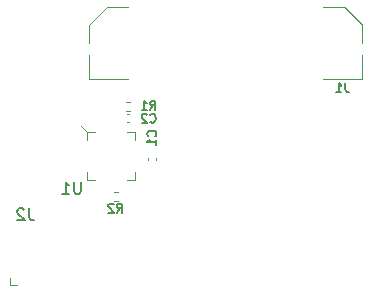
<source format=gbr>
%TF.GenerationSoftware,KiCad,Pcbnew,(6.0.7)*%
%TF.CreationDate,2022-08-04T10:24:46-07:00*%
%TF.ProjectId,SZG-TEMPLATE-STD,535a472d-5445-44d5-904c-4154452d5354,A*%
%TF.SameCoordinates,Original*%
%TF.FileFunction,Legend,Bot*%
%TF.FilePolarity,Positive*%
%FSLAX46Y46*%
G04 Gerber Fmt 4.6, Leading zero omitted, Abs format (unit mm)*
G04 Created by KiCad (PCBNEW (6.0.7)) date 2022-08-04 10:24:46*
%MOMM*%
%LPD*%
G01*
G04 APERTURE LIST*
%ADD10C,0.120000*%
%ADD11C,0.150000*%
%ADD12C,0.190500*%
G04 APERTURE END LIST*
D10*
X152500000Y-62750000D02*
X153950000Y-64200000D01*
D11*
%TO.C,U1*%
X130161904Y-77552380D02*
X130161904Y-78361904D01*
X130114285Y-78457142D01*
X130066666Y-78504761D01*
X129971428Y-78552380D01*
X129780952Y-78552380D01*
X129685714Y-78504761D01*
X129638095Y-78457142D01*
X129590476Y-78361904D01*
X129590476Y-77552380D01*
X128590476Y-78552380D02*
X129161904Y-78552380D01*
X128876190Y-78552380D02*
X128876190Y-77552380D01*
X128971428Y-77695238D01*
X129066666Y-77790476D01*
X129161904Y-77838095D01*
%TO.C,J2*%
X125783333Y-79802380D02*
X125783333Y-80516666D01*
X125830952Y-80659523D01*
X125926190Y-80754761D01*
X126069047Y-80802380D01*
X126164285Y-80802380D01*
X125354761Y-79897619D02*
X125307142Y-79850000D01*
X125211904Y-79802380D01*
X124973809Y-79802380D01*
X124878571Y-79850000D01*
X124830952Y-79897619D01*
X124783333Y-79992857D01*
X124783333Y-80088095D01*
X124830952Y-80230952D01*
X125402380Y-80802380D01*
X124783333Y-80802380D01*
D12*
%TO.C,J1*%
X152554320Y-69182714D02*
X152554320Y-69727000D01*
X152590605Y-69835857D01*
X152663177Y-69908428D01*
X152772034Y-69944714D01*
X152844605Y-69944714D01*
X151792320Y-69944714D02*
X152227748Y-69944714D01*
X152010034Y-69944714D02*
X152010034Y-69182714D01*
X152082605Y-69291571D01*
X152155177Y-69364142D01*
X152227748Y-69400428D01*
%TO.C,R1*%
X136027000Y-71444714D02*
X136281000Y-71081857D01*
X136462428Y-71444714D02*
X136462428Y-70682714D01*
X136172142Y-70682714D01*
X136099571Y-70719000D01*
X136063285Y-70755285D01*
X136027000Y-70827857D01*
X136027000Y-70936714D01*
X136063285Y-71009285D01*
X136099571Y-71045571D01*
X136172142Y-71081857D01*
X136462428Y-71081857D01*
X135301285Y-71444714D02*
X135736714Y-71444714D01*
X135519000Y-71444714D02*
X135519000Y-70682714D01*
X135591571Y-70791571D01*
X135664142Y-70864142D01*
X135736714Y-70900428D01*
%TO.C,R2*%
X133227000Y-80144714D02*
X133481000Y-79781857D01*
X133662428Y-80144714D02*
X133662428Y-79382714D01*
X133372142Y-79382714D01*
X133299571Y-79419000D01*
X133263285Y-79455285D01*
X133227000Y-79527857D01*
X133227000Y-79636714D01*
X133263285Y-79709285D01*
X133299571Y-79745571D01*
X133372142Y-79781857D01*
X133662428Y-79781857D01*
X132936714Y-79455285D02*
X132900428Y-79419000D01*
X132827857Y-79382714D01*
X132646428Y-79382714D01*
X132573857Y-79419000D01*
X132537571Y-79455285D01*
X132501285Y-79527857D01*
X132501285Y-79600428D01*
X132537571Y-79709285D01*
X132973000Y-80144714D01*
X132501285Y-80144714D01*
%TO.C,C2*%
X136027000Y-72472142D02*
X136063285Y-72508428D01*
X136172142Y-72544714D01*
X136244714Y-72544714D01*
X136353571Y-72508428D01*
X136426142Y-72435857D01*
X136462428Y-72363285D01*
X136498714Y-72218142D01*
X136498714Y-72109285D01*
X136462428Y-71964142D01*
X136426142Y-71891571D01*
X136353571Y-71819000D01*
X136244714Y-71782714D01*
X136172142Y-71782714D01*
X136063285Y-71819000D01*
X136027000Y-71855285D01*
X135736714Y-71855285D02*
X135700428Y-71819000D01*
X135627857Y-71782714D01*
X135446428Y-71782714D01*
X135373857Y-71819000D01*
X135337571Y-71855285D01*
X135301285Y-71927857D01*
X135301285Y-72000428D01*
X135337571Y-72109285D01*
X135773000Y-72544714D01*
X135301285Y-72544714D01*
%TO.C,C1*%
X136472142Y-73673000D02*
X136508428Y-73636714D01*
X136544714Y-73527857D01*
X136544714Y-73455285D01*
X136508428Y-73346428D01*
X136435857Y-73273857D01*
X136363285Y-73237571D01*
X136218142Y-73201285D01*
X136109285Y-73201285D01*
X135964142Y-73237571D01*
X135891571Y-73273857D01*
X135819000Y-73346428D01*
X135782714Y-73455285D01*
X135782714Y-73527857D01*
X135819000Y-73636714D01*
X135855285Y-73673000D01*
X136544714Y-74398714D02*
X136544714Y-73963285D01*
X136544714Y-74181000D02*
X135782714Y-74181000D01*
X135891571Y-74108428D01*
X135964142Y-74035857D01*
X136000428Y-73963285D01*
D10*
%TO.C,U1*%
X130151600Y-72810800D02*
X130651600Y-73310800D01*
X130651600Y-73310800D02*
X131351600Y-73310800D01*
X130651600Y-73310800D02*
X130651600Y-74010800D01*
X134751600Y-73310800D02*
X134751600Y-74010800D01*
X134751600Y-73310800D02*
X134051600Y-73310800D01*
X134751600Y-77410800D02*
X134051600Y-77410800D01*
X134751600Y-77410800D02*
X134751600Y-76710800D01*
X130651600Y-77410800D02*
X130651600Y-76710800D01*
X130651600Y-77410800D02*
X131351600Y-77410800D01*
%TO.C,J2*%
X124130000Y-85670000D02*
X124130000Y-86305000D01*
X124130000Y-86305000D02*
X124765000Y-86305000D01*
%TO.C,J1*%
X130850320Y-66816000D02*
X130850320Y-67832000D01*
X153950320Y-68848000D02*
X150648320Y-68848000D01*
X153950320Y-67832000D02*
X153950320Y-68848000D01*
X153950320Y-66816000D02*
X153950320Y-67832000D01*
X153950320Y-64250000D02*
X153950320Y-65800000D01*
X152433320Y-62752000D02*
X153950320Y-64250000D01*
X150648320Y-62752000D02*
X152433320Y-62752000D01*
X132341920Y-62752000D02*
X130850320Y-64250000D01*
X134152320Y-62752000D02*
X132341920Y-62752000D01*
X130850320Y-67832000D02*
X130850320Y-68848000D01*
X130850320Y-64250000D02*
X130850320Y-65800000D01*
X130850320Y-68848000D02*
X134152320Y-68848000D01*
%TO.C,R1*%
X134328441Y-70789800D02*
X134021159Y-70789800D01*
X134328441Y-71549800D02*
X134021159Y-71549800D01*
%TO.C,R2*%
X133287041Y-78409800D02*
X132979759Y-78409800D01*
X133287041Y-79169800D02*
X132979759Y-79169800D01*
%TO.C,C2*%
X134066964Y-72495000D02*
X134282636Y-72495000D01*
X134066964Y-71775000D02*
X134282636Y-71775000D01*
%TO.C,C1*%
X136566800Y-75722636D02*
X136566800Y-75506964D01*
X135846800Y-75722636D02*
X135846800Y-75506964D01*
%TD*%
M02*

</source>
